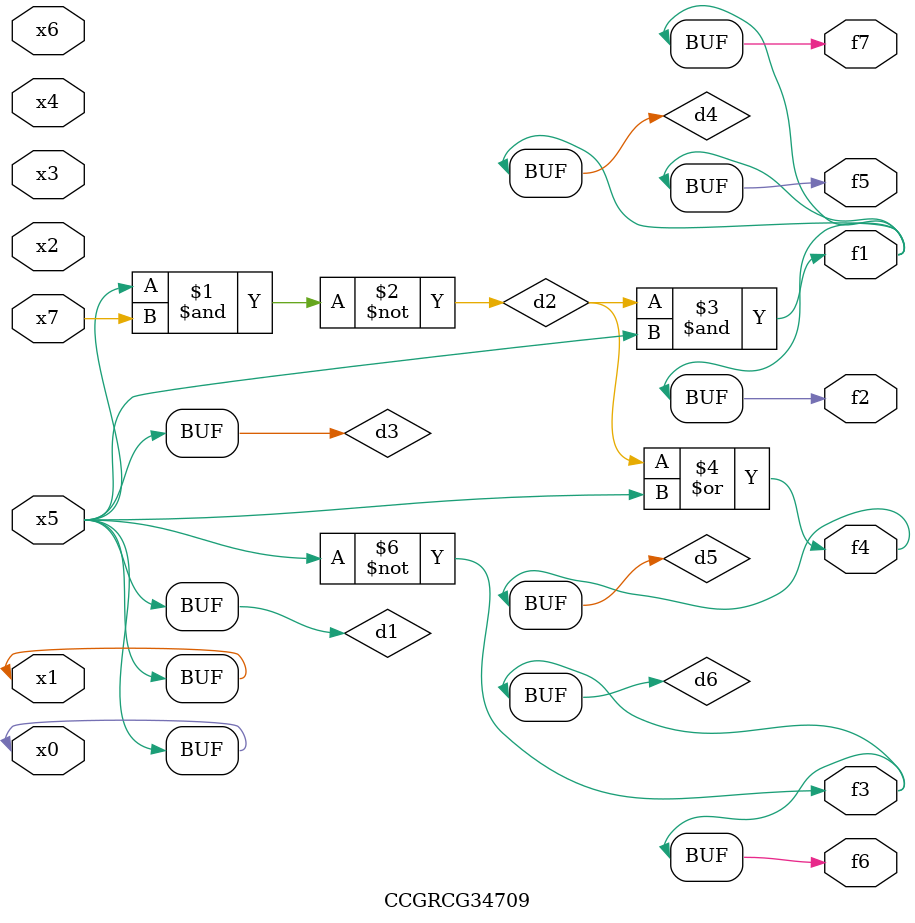
<source format=v>
module CCGRCG34709(
	input x0, x1, x2, x3, x4, x5, x6, x7,
	output f1, f2, f3, f4, f5, f6, f7
);

	wire d1, d2, d3, d4, d5, d6;

	buf (d1, x0, x5);
	nand (d2, x5, x7);
	buf (d3, x0, x1);
	and (d4, d2, d3);
	or (d5, d2, d3);
	nor (d6, d1, d3);
	assign f1 = d4;
	assign f2 = d4;
	assign f3 = d6;
	assign f4 = d5;
	assign f5 = d4;
	assign f6 = d6;
	assign f7 = d4;
endmodule

</source>
